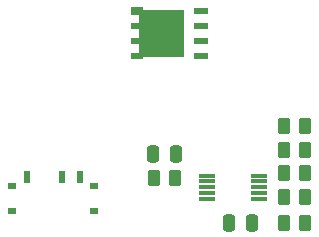
<source format=gbr>
%TF.GenerationSoftware,KiCad,Pcbnew,7.0.10-7.0.10~ubuntu20.04.1*%
%TF.CreationDate,2024-03-04T09:10:09+08:00*%
%TF.ProjectId,ESwitch,45537769-7463-4682-9e6b-696361645f70,rev?*%
%TF.SameCoordinates,Original*%
%TF.FileFunction,Paste,Top*%
%TF.FilePolarity,Positive*%
%FSLAX46Y46*%
G04 Gerber Fmt 4.6, Leading zero omitted, Abs format (unit mm)*
G04 Created by KiCad (PCBNEW 7.0.10-7.0.10~ubuntu20.04.1) date 2024-03-04 09:10:09*
%MOMM*%
%LPD*%
G01*
G04 APERTURE LIST*
G04 Aperture macros list*
%AMRoundRect*
0 Rectangle with rounded corners*
0 $1 Rounding radius*
0 $2 $3 $4 $5 $6 $7 $8 $9 X,Y pos of 4 corners*
0 Add a 4 corners polygon primitive as box body*
4,1,4,$2,$3,$4,$5,$6,$7,$8,$9,$2,$3,0*
0 Add four circle primitives for the rounded corners*
1,1,$1+$1,$2,$3*
1,1,$1+$1,$4,$5*
1,1,$1+$1,$6,$7*
1,1,$1+$1,$8,$9*
0 Add four rect primitives between the rounded corners*
20,1,$1+$1,$2,$3,$4,$5,0*
20,1,$1+$1,$4,$5,$6,$7,0*
20,1,$1+$1,$6,$7,$8,$9,0*
20,1,$1+$1,$8,$9,$2,$3,0*%
%AMFreePoly0*
4,1,15,0.305000,-0.510000,0.055000,-0.510000,0.055000,-4.010000,0.053536,-4.013536,0.050000,-4.015000,-3.860000,-4.015000,-3.863536,-4.013536,-3.865000,-4.010000,-3.865000,-0.200000,-3.863536,-0.196464,-3.860000,-0.195000,-0.305000,-0.195000,-0.305000,0.510000,0.305000,0.510000,0.305000,-0.510000,0.305000,-0.510000,$1*%
G04 Aperture macros list end*
%ADD10RoundRect,0.250000X-0.262500X-0.450000X0.262500X-0.450000X0.262500X0.450000X-0.262500X0.450000X0*%
%ADD11R,1.400000X0.300000*%
%ADD12R,1.270000X0.610000*%
%ADD13FreePoly0,90.000000*%
%ADD14R,1.020000X0.610000*%
%ADD15RoundRect,0.250000X0.262500X0.450000X-0.262500X0.450000X-0.262500X-0.450000X0.262500X-0.450000X0*%
%ADD16RoundRect,0.250000X-0.250000X-0.475000X0.250000X-0.475000X0.250000X0.475000X-0.250000X0.475000X0*%
%ADD17RoundRect,0.250000X0.250000X0.475000X-0.250000X0.475000X-0.250000X-0.475000X0.250000X-0.475000X0*%
%ADD18R,0.800000X0.500000*%
%ADD19R,0.500000X1.000000*%
G04 APERTURE END LIST*
D10*
%TO.C,R7*%
X191487500Y-91200000D03*
X193312500Y-91200000D03*
%TD*%
D11*
%TO.C,U1*%
X200400000Y-93000000D03*
X200400000Y-92500000D03*
X200400000Y-92000000D03*
X200400000Y-91500000D03*
X200400000Y-91000000D03*
X196000000Y-91000000D03*
X196000000Y-91500000D03*
X196000000Y-92000000D03*
X196000000Y-92500000D03*
X196000000Y-93000000D03*
%TD*%
D12*
%TO.C,Q1*%
X195498000Y-80905000D03*
X195498000Y-79635000D03*
X195498000Y-78365000D03*
X195498000Y-77095000D03*
D13*
X190033000Y-77095000D03*
D14*
X190033000Y-78365000D03*
X190033000Y-79635000D03*
X190033000Y-80905000D03*
%TD*%
D15*
%TO.C,R6*%
X202487500Y-95000000D03*
X204312500Y-95000000D03*
%TD*%
D16*
%TO.C,C1*%
X197850000Y-95000000D03*
X199750000Y-95000000D03*
%TD*%
D17*
%TO.C,C2*%
X193350000Y-89200000D03*
X191450000Y-89200000D03*
%TD*%
D15*
%TO.C,R1*%
X202487500Y-92800000D03*
X204312500Y-92800000D03*
%TD*%
%TO.C,R3*%
X204312500Y-86800000D03*
X202487500Y-86800000D03*
%TD*%
D10*
%TO.C,R2*%
X204312500Y-90800000D03*
X202487500Y-90800000D03*
%TD*%
D18*
%TO.C,SW1*%
X186400000Y-94000000D03*
X186400000Y-91900000D03*
X179500000Y-94000000D03*
X179500000Y-91900000D03*
D19*
X185200000Y-91100000D03*
X183700000Y-91100000D03*
X180700000Y-91100000D03*
%TD*%
D10*
%TO.C,R4*%
X204312500Y-88800000D03*
X202487500Y-88800000D03*
%TD*%
M02*

</source>
